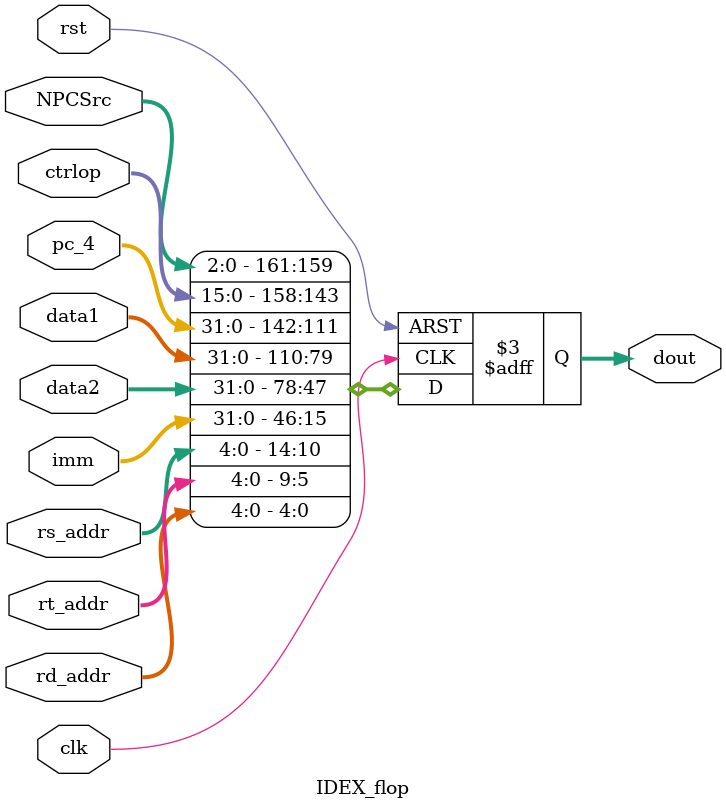
<source format=v>
module IDEX_flop(NPCSrc,ctrlop,pc_4,data1,data2,imm,rs_addr,rt_addr,rd_addr,dout,clk,rst);
 
  input [2:0] NPCSrc;  
  input [15:0] ctrlop; //8+4+4
  input [31:0] pc_4;
  input [31:0] data1;
  input [31:0] data2;
  input [31:0] imm;
  input [4:0] rs_addr;
  input [4:0] rt_addr;
  input [4:0] rd_addr;
  input clk,rst;
  output reg [161:0] dout;

always@(posedge clk or posedge rst)
  if(rst == 1)
    dout = 162'b0;
  else
    dout = {NPCSrc,ctrlop,pc_4,data1,data2,imm,rs_addr,rt_addr,rd_addr};

endmodule
</source>
